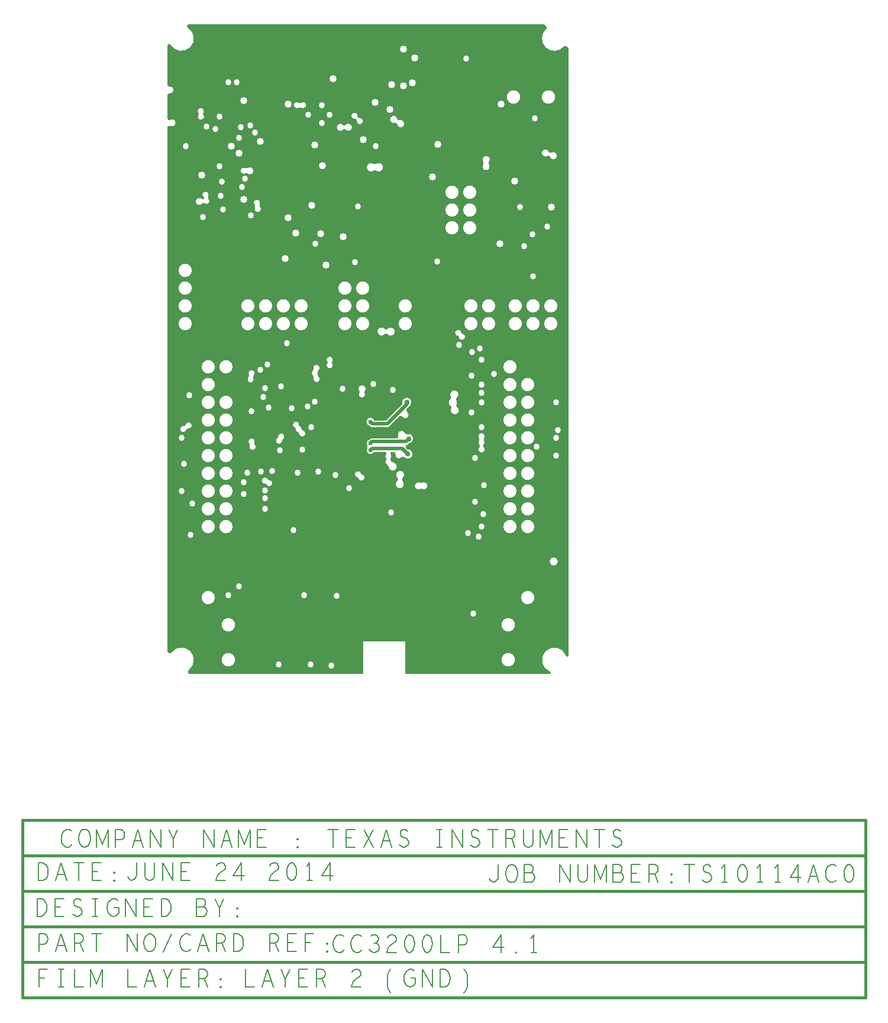
<source format=gbr>
G04 ================== begin FILE IDENTIFICATION RECORD ==================*
G04 Layout Name:  CC3200-LAUNCHXL_BRD_Rev4p1_20140624.brd*
G04 Film Name:    L2P.gbr*
G04 File Format:  Gerber RS274X*
G04 File Origin:  Cadence Allegro 16.6-P004*
G04 Origin Date:  Tue Jun 24 08:36:08 2014*
G04 *
G04 Layer:  VIA CLASS/GND*
G04 Layer:  PIN/GND*
G04 Layer:  ETCH/GND*
G04 Layer:  DRAWING FORMAT/L2*
G04 Layer:  DRAWING FORMAT/FILM_LABEL_OUTLINE*
G04 *
G04 Offset:    (0.0000 0.0000)*
G04 Mirror:    No*
G04 Mode:      Positive*
G04 Rotation:  0*
G04 FullContactRelief:  No*
G04 UndefLineWidth:     6.0000*
G04 ================== end FILE IDENTIFICATION RECORD ====================*
%FSLAX25Y25*MOIN*%
%IR0*IPPOS*OFA0.00000B0.00000*MIA0B0*SFA1.00000B1.00000*%
%ADD15C,.03*%
%ADD11C,.024*%
%ADD12C,.018*%
%ADD10C,.058*%
%ADD14O,.03937X.061024*%
%ADD13O,.049213X.037402*%
%ADD16C,.015*%
%ADD17C,.0199*%
%ADD18C,.006*%
%ADD19C,.04*%
%ADD20C,.034*%
%ADD21C,.046*%
%ADD23C,.074*%
%ADD22C,.075056*%
G75*
%LPD*%
G75*
G36*
G01X14500Y2000D02*
X13824Y2676D01*
G02X13955Y4200I707J707D01*
G03X4200Y13955I-4034J5721D01*
G02X2676Y13824I-817J576D01*
G01X2000Y14500D01*
Y309969D01*
G02X3537Y310812I1000J0D01*
G03Y314188I1073J1688D01*
G02X2000Y315031I-537J844D01*
G01Y328042D01*
G02X3167Y329028I1000J0D01*
G03Y332972I333J1972D01*
G02X2000Y333958I-167J986D01*
G01Y356067D01*
G02X3865Y356568I1000J0D01*
G03X13432Y366135I6056J3511D01*
G02X13933Y368000I502J865D01*
G01X214500D01*
X215612Y366888D01*
G02X215552Y365418I-707J-707D01*
G03X225418Y355552I4527J-5339D01*
G02X226888Y355612I763J-647D01*
G01X228000Y354500D01*
Y32000D01*
X228000Y12500D01*
X227287Y11787D01*
X226696Y12208D01*
X226643Y12353D01*
G03X217647Y3357I-6564J-2431D01*
G01X217792Y3304D01*
X218213Y2713D01*
X217500Y2000D01*
X135980D01*
Y20535D01*
X112358D01*
Y2000D01*
X14500D01*
G37*
%LPC*%
G75*
G36*
G01X134464Y110774D02*
G02X131634Y110850I-1464J-1774D01*
G03X131676Y112426I-594J804D01*
G02X134506Y112350I1464J1774D01*
G03X134464Y110774I594J-804D01*
G37*
G36*
G01X180142Y129759D02*
G02X177858I-1142J-1259D01*
G03Y131241I-672J741D01*
G02X177705Y133602I1142J1259D01*
G03Y134898I-762J648D01*
G02X180295I1295J1102D01*
G03Y133602I762J-648D01*
G02X180142Y131241I-1295J-1102D01*
G03Y129759I672J-741D01*
G37*
G36*
G01X12646Y139577D02*
G02X11242Y141683I-1646J423D01*
G03X12354Y142423I143J990D01*
G02X13758Y140317I1646J-423D01*
G03X12646Y139577I-143J-990D01*
G37*
G36*
G01X50351Y168885D02*
G02X47827Y169318I-1451J-885D01*
G03X48049Y170615I-631J775D01*
G02X50573Y170182I1451J885D01*
G03X50351Y168885I631J-775D01*
G37*
G36*
G01X87005Y169626D02*
G02X84577Y168789I-850J-1472D01*
G03X84150Y170028I-928J373D01*
G02X84008Y172880I850J1472D01*
G03X84378Y173991I-584J812D01*
G02X86992Y173120I1622J509D01*
G03X86622Y172009I584J-812D01*
G02X86577Y170865I-1622J-509D01*
G03X87005Y169626I928J-373D01*
G37*
G36*
G01X126106Y196345D02*
G02X126036Y193491I1768J-1471D01*
G03X124468Y193529I-799J-601D01*
G02X124538Y196383I-1768J1471D01*
G03X126106Y196345I799J601D01*
G37*
G36*
G01X54115Y265284D02*
G02X51571Y264920I-1115J-1284D01*
G03X51385Y266216I-841J541D01*
G02X53929Y266580I1115J1284D01*
G03X54115Y265284I841J-541D01*
G37*
G36*
G01X21565Y266987D02*
G02X21385Y269674I-1565J1245D01*
G03X22789Y269694I692J721D01*
G02X22805Y269709I1211J-1194D01*
G03X22691Y270505I-351J356D01*
G02X24929Y271080I809J1495D01*
G03X25115Y269784I841J-541D01*
G02X22960Y267155I-1115J-1284D01*
G03X21565Y266987I-612J-791D01*
G37*
G36*
G01X218400Y295670D02*
G02X217612Y293341I1100J-1670D01*
G03X216117Y293847I-944J-329D01*
G02X216906Y296176I-1100J1670D01*
G03X218400Y295670I944J329D01*
G37*
G36*
G01X101000Y308677D02*
G02Y311323I-1500J1323D01*
G03X102500I750J661D01*
G02Y308677I1500J-1323D01*
G03X101000I-750J-661D01*
G37*
G36*
G01X132818Y313880D02*
G02X131515Y311754I682J-1880D01*
G03X130182Y312570I-992J-123D01*
G02X131485Y314697I-682J1880D01*
G03X132818Y313880I992J123D01*
G37*
G36*
G01X110299Y315188D02*
G02X108812Y313701I201J-1688D01*
G03X107701Y314812I-993J118D01*
G02X109188Y316299I-201J1688D01*
G03X110299Y315188I993J-118D01*
G37*
G36*
G01X76102Y321205D02*
G02Y323795I-1102J1295D01*
G03X77398I648J762D01*
G02Y321205I1102J-1295D01*
G03X76102I-648J-762D01*
G37*
G36*
G01X145300Y106400D02*
G03X144700I-300J-400D01*
G02Y109600I-1200J1600D01*
G03X145300I300J400D01*
G02Y106400I1200J-1600D01*
G37*
G36*
G01X57879Y108988D02*
G03X57311Y109329I-477J-151D01*
G02X58621Y111512I-311J1671D01*
G03X59189Y111171I477J151D01*
G02X57879Y108988I311J-1671D01*
G37*
G36*
G01X109718Y112407D02*
G03X109289Y112813I-492J-90D01*
G02X111172Y114807I211J1687D01*
G03X111602Y114402I492J90D01*
G02X109718Y112407I-211J-1687D01*
G37*
G36*
G01X48595Y130957D02*
G03X48481Y131639I-413J282D01*
G02X50905Y132043I1019J1361D01*
G03X51019Y131361I413J-282D01*
G02X48595Y130957I-1019J-1361D01*
G37*
G36*
G01X66922Y134235D02*
G03X66651Y133710I223J-447D01*
G02X64213Y134966I-1679J-265D01*
G03X64483Y135492I-223J447D01*
G02X66922Y134235I1679J265D01*
G37*
G36*
G01X76302Y137417D02*
G03X75526Y138343I-999J-49D01*
G02X74238Y140334I379J1657D01*
G03X73919Y140903I-490J98D01*
G02X76167Y142166I581J1597D01*
G03X76486Y141597I490J-98D01*
G02X77603Y140083I-581J-1597D01*
G03X78379Y139157I999J49D01*
G02X76302Y137417I-379J-1657D01*
G37*
G36*
G01X161992Y151727D02*
G03X161661Y153062I-870J493D01*
G02X161545Y156859I1239J1938D01*
G03X161788Y158222I-589J808D01*
G02X165055Y157641I1912J1278D01*
G03X164812Y156278I589J-808D01*
G02X164901Y153866I-1912J-1278D01*
G03X165232Y152530I870J-493D01*
G02X161992Y151727I-1239J-1938D01*
G37*
G36*
G01X110323Y160600D02*
G03X110293Y161278I-382J323D01*
G02X113035Y161210I1407J1422D01*
G03X112971Y160534I334J-372D01*
G02X110323Y160600I-1350J-1033D01*
G37*
G36*
G01X94725Y177822D02*
G03Y177128I360J-347D01*
G02X92275I-1225J-1178D01*
G03Y177822I-360J347D01*
G02X94725I1225J1178D01*
G37*
G36*
G01X166300Y192011D02*
G03X165821Y192514I-500J3D01*
G02X167594Y194201I72J1698D01*
G03X168072Y193698I500J-3D01*
G02X166300Y192011I-72J-1698D01*
G37*
G36*
G01X45948Y286911D02*
G03X47170Y286994I558J830D01*
G02Y284006I1330J-1494D01*
G03X45948Y284089I-665J-747D01*
G02Y286911I-948J1411D01*
G37*
G36*
G01X119637Y285650D02*
G03X118363I-637J-771D01*
G02Y289350I-1528J1850D01*
G03X119637I637J771D01*
G02Y285650I1528J-1850D01*
G37*
G36*
G01X183186Y290461D02*
G03X183152Y289161I743J-669D01*
G02X180114Y289239I-1552J-1261D01*
G03X180148Y290539I-743J669D01*
G02X183186Y290461I1552J1261D01*
G37*
G36*
G01X19757Y317159D02*
G03X19730Y317868I-366J341D01*
G02X22125Y317959I1152J1250D01*
G03X22152Y317250I366J-341D01*
G02X19757Y317159I-1152J-1250D01*
G37*
G36*
G01X136539Y129500D02*
X137498Y128540D01*
G02X135505Y124170I2J-2640D01*
G03X134000Y124177I-756J-655D01*
G02X130556Y125970I-1500J1323D01*
G03X129584Y127205I-972J235D01*
G01X128689D01*
G03X127898Y125593I0J-1000D01*
G02X127756Y123352I-1345J-1040D01*
G03X127744Y122658I354J-353D01*
G02X128142Y121940I-1244J-1158D01*
G03X129075Y121199I966J259D01*
G02X126700Y118915I-75J-2299D01*
G03X125996Y119876I-1000J6D01*
G02X125297Y122701I504J1624D01*
G03X125309Y123395I-354J353D01*
G02X125208Y125593I1244J1158D01*
G03X124417Y127205I-791J612D01*
G01X118444D01*
G02X114750Y126868I-1944J895D01*
G02X114750Y129332I1650J1232D01*
G02X114819Y129425I1750J-1232D01*
G03X114746Y130645I-827J563D01*
G02X115864Y134015I1554J1355D01*
G01X116007Y134046D01*
X116756Y134795D01*
X131253D01*
G03X132168Y136197I0J1000D01*
G02X134152Y138994I1832J803D01*
G02X135856Y137746I-152J-1994D01*
G03X137086Y137166I928J373D01*
G02X138123Y131917I814J-2566D01*
G01X137940Y131901D01*
X137244Y131205D01*
G03X136539Y129500I4J-1000D01*
G37*
G36*
G01X125256Y144795D02*
X134539Y154078D01*
X134453Y154364D01*
G02X138973Y153605I2447J736D01*
G01X138878Y153474D01*
Y153340D01*
X136823Y151285D01*
G03X137021Y149720I709J-706D01*
G02X134280Y146979I-1021J-1720D01*
G03X132715Y147177I-860J-511D01*
G01X126744Y141205D01*
X116756D01*
X116061Y141901D01*
X115918Y141933D01*
G02X118509Y144795I482J2168D01*
G01X125256D01*
G37*
G54D19*
X218500Y265000D03*
X197827Y279673D03*
X190000Y323000D03*
X189500Y244500D03*
X141500Y349000D03*
X140000Y335000D03*
X151500Y282000D03*
X154425Y300400D03*
X135000Y354000D03*
X128500Y334000D03*
X135000Y333500D03*
X119000Y324000D03*
X127500Y320000D03*
X112500Y303000D03*
X101000Y248500D03*
X95500Y337500D03*
X89500Y288500D03*
X85000Y300000D03*
X83500Y266000D03*
X88500Y250000D03*
X91500Y232500D03*
X70000Y323000D03*
X74500Y250500D03*
X70000Y259000D03*
X68500Y236000D03*
X45000Y325000D03*
X54500Y302000D03*
X42500Y295500D03*
X45000Y269500D03*
X38000Y299500D03*
X21500Y283000D03*
G54D20*
X221108Y155000D03*
X221000Y135000D03*
Y125000D03*
X222000Y139500D03*
X209000Y315000D03*
X200890Y265110D03*
X216000Y254000D03*
X203000Y242900D03*
X207800Y249600D03*
X208000Y226000D03*
X210000Y130000D03*
X178000Y185500D03*
X179000Y165000D03*
X186000Y171000D03*
X179000Y179000D03*
Y155000D03*
Y160500D03*
Y141000D03*
X180500Y108500D03*
X179000Y85000D03*
X180000Y92000D03*
X177500Y79500D03*
X170250Y348750D03*
X166500Y187500D03*
X173750Y183250D03*
X173500Y170000D03*
Y149500D03*
X175500Y123600D03*
Y99000D03*
X171500Y81500D03*
X174500Y36000D03*
X154000Y234500D03*
X119500Y299500D03*
X118000Y165500D03*
X129000Y162000D03*
X128125Y93125D03*
X109500Y265500D03*
X107610Y234110D03*
X100784Y162750D03*
X104339Y106833D03*
X89000Y322500D03*
X93500Y317000D03*
X89000Y312500D03*
X81500Y317000D03*
X85331Y244331D03*
X81164Y152664D03*
X85000Y155400D03*
X83000Y141000D03*
X96633Y114000D03*
X87000Y116000D03*
X79000Y46500D03*
X97500Y46000D03*
X82750Y7250D03*
X94250Y6750D03*
X69500Y188500D03*
X66000Y164000D03*
X71962Y151610D03*
X59071Y152000D03*
X65500Y128000D03*
X78000Y128500D03*
X75500Y115500D03*
X61000Y116500D03*
X73000Y83000D03*
X64750Y7250D03*
X41000Y335300D03*
X42500Y304000D03*
X43500Y310000D03*
X48890Y311110D03*
X51500Y307000D03*
X45578Y281078D03*
X44000Y276500D03*
X49000Y260500D03*
X57000Y163000D03*
X58500Y176500D03*
X54400Y173500D03*
X56112Y158000D03*
X49500Y150080D03*
X45000Y110000D03*
X54586Y116086D03*
X47000Y115500D03*
X57000Y105500D03*
X45000Y103500D03*
X57000Y101000D03*
Y95000D03*
X42500Y51500D03*
X36500Y335300D03*
X24000Y310500D03*
X29000Y309000D03*
X31500Y316000D03*
Y288000D03*
X32000Y271500D03*
X32664Y279336D03*
X33500Y263618D03*
X22000Y259500D03*
X36500Y46500D03*
X12500Y299500D03*
X14500Y159000D03*
X10000Y135000D03*
Y105000D03*
X11500Y120500D03*
X16000Y98000D03*
X15000Y80500D03*
G54D21*
X219750Y65250D03*
G54D23*
X208000Y209500D03*
X218000D03*
X208000Y199500D03*
X218000D03*
X205000Y165000D03*
Y155000D03*
Y145000D03*
Y135000D03*
Y125000D03*
Y115000D03*
Y105000D03*
Y95000D03*
Y85000D03*
Y45000D03*
X183000Y209500D03*
X198000D03*
X183000Y199500D03*
X198000D03*
X195000Y175000D03*
Y165000D03*
Y155000D03*
Y145000D03*
Y135000D03*
Y125000D03*
Y115000D03*
Y105000D03*
Y95000D03*
Y85000D03*
X162500Y273500D03*
X172500D03*
X162500Y253500D03*
X172500D03*
X162500Y263500D03*
X172500D03*
X173000Y209500D03*
Y199500D03*
X136000Y209500D03*
Y199500D03*
X112000Y219500D03*
Y209500D03*
X102000Y219500D03*
Y209500D03*
X112000Y199500D03*
X102000D03*
X77500Y209500D03*
X67500D03*
X77500Y199500D03*
X67500D03*
X47500Y209500D03*
X57500D03*
X47500Y199500D03*
X57500D03*
X25000Y175000D03*
X35000D03*
X25000Y165000D03*
X35000Y155000D03*
X25000D03*
X35000Y145000D03*
X25000D03*
X35000Y135000D03*
X25000D03*
X35000Y125000D03*
X25000D03*
X35000Y115000D03*
X25000D03*
X35000Y105000D03*
X25000D03*
X35000Y95000D03*
X25000D03*
X35000Y85000D03*
X25000D03*
Y45000D03*
X12000Y229500D03*
Y219500D03*
Y209500D03*
Y199500D03*
G54D22*
X216843Y327000D03*
X197157D03*
X194000Y29843D03*
Y10157D03*
X36500Y29843D03*
Y10157D03*
%LPD*%
G75*
G54D10*
X12000Y239500D03*
X25000Y55000D03*
Y65000D03*
X35000Y165000D03*
X205000Y55000D03*
Y65000D03*
Y175000D03*
G54D11*
X5000Y256500D03*
Y267000D03*
Y277000D03*
X15378Y303500D03*
X4500Y320000D03*
X21500Y250500D03*
X22000Y275500D03*
X33500Y299500D03*
X25744Y338744D03*
X23000Y342500D03*
X45000Y259000D03*
X52000Y251500D03*
X50000Y302000D03*
X52000Y321500D03*
X77500Y230000D03*
X72000Y242500D03*
Y280760D03*
X74000Y300500D03*
X69500Y291000D03*
X84000Y94500D03*
X96500Y140000D03*
X92500D03*
X96500Y136000D03*
X92500D03*
X96500Y132000D03*
X92500D03*
X96500Y128000D03*
X92500D03*
Y124000D03*
X96500D03*
Y148000D03*
X92500D03*
X96500Y144000D03*
X92500D03*
X80000Y241000D03*
X96500Y232000D03*
X80000Y259000D03*
X97500Y257000D03*
X84000Y250000D03*
X92000Y257000D03*
X86000Y280000D03*
X88500Y294000D03*
X89000Y299000D03*
X83500Y323500D03*
X88500Y341000D03*
X116500Y136000D03*
X112500Y140000D03*
X108500D03*
X116500D03*
X112500Y136000D03*
X108500D03*
X112500Y132000D03*
X108500D03*
X116500D03*
X112500Y128000D03*
X108500D03*
X116500D03*
X108500Y124000D03*
X112500D03*
X116500D03*
X104500Y140000D03*
X100500D03*
X104500Y136000D03*
X100500D03*
X104500Y132000D03*
X100500D03*
X104500Y128000D03*
X100500D03*
Y124000D03*
X104500D03*
X112500Y148000D03*
X108500D03*
X116500D03*
X112500Y144000D03*
X108500D03*
X116500D03*
X104500Y148000D03*
X100500D03*
X104500Y144000D03*
X100500D03*
X111000Y294000D03*
X113000Y298500D03*
X111000Y282000D03*
X110500Y347500D03*
X127543Y325043D03*
X150900Y217100D03*
X156600Y217800D03*
X153200Y221200D03*
X147000Y220000D03*
X148500Y226100D03*
X151500Y309500D03*
X141000Y323000D03*
X157000Y340000D03*
X151500Y347000D03*
X160400Y293000D03*
X171200Y312300D03*
X166100Y312100D03*
X160700Y312000D03*
X175500Y317500D03*
X171700Y332800D03*
X165900Y332900D03*
X160700Y333000D03*
X176000Y326500D03*
X190580Y283000D03*
X211000Y241029D03*
X212000Y291000D03*
X206000Y302500D03*
X221788Y261000D03*
X220538Y281538D03*
G54D12*
X35000Y58000D03*
Y53000D03*
Y78000D03*
Y68000D03*
X51500Y46000D03*
X55000Y58000D03*
X50000D03*
X45000D03*
X40000D03*
X55000Y53000D03*
X50000D03*
X45000D03*
X40000D03*
X55000Y48000D03*
X46500Y46200D03*
X40000Y78000D03*
X45000D03*
X50000D03*
X55000D03*
Y68000D03*
X50000D03*
X45000D03*
X40000D03*
X55500Y129500D03*
X55600Y135000D03*
X39000Y345200D03*
X60000Y58000D03*
Y53000D03*
X65000D03*
Y58000D03*
X70000Y53000D03*
Y58000D03*
X75000Y53000D03*
Y58000D03*
Y48000D03*
X70000D03*
X65000D03*
X60000D03*
Y78000D03*
Y68000D03*
X65000D03*
X70000D03*
X75000D03*
X68500Y121500D03*
X73500Y138000D03*
X71500Y131000D03*
X70000Y125000D03*
X78000Y145500D03*
X66500Y150000D03*
X80000Y53000D03*
Y58000D03*
X85000Y53000D03*
Y58000D03*
X90000Y53000D03*
Y58000D03*
X95000Y53000D03*
Y58000D03*
X90000Y48000D03*
X85000D03*
X80000Y68000D03*
X85000D03*
X90000D03*
X95000D03*
X96000Y109000D03*
X110700Y3200D03*
X113000Y24700D03*
X110700Y21100D03*
X110800Y16700D03*
X110900Y12100D03*
X110700Y7300D03*
X113000Y29000D03*
Y33500D03*
Y39000D03*
X113500Y44000D03*
X109500Y46500D03*
X108500Y50000D03*
Y54000D03*
Y57500D03*
X109000Y61000D03*
X113000Y62500D03*
X100000Y53000D03*
Y58000D03*
Y63000D03*
X105000Y53000D03*
Y58000D03*
Y63000D03*
X113000Y80500D03*
Y66000D03*
Y70000D03*
Y75000D03*
X100000Y68000D03*
X105000D03*
X110000Y73000D03*
Y68000D03*
X112600Y94400D03*
X112800Y98900D03*
X100500Y102000D03*
X107500Y103100D03*
X113000Y85500D03*
Y90000D03*
X113600Y109100D03*
X113300Y104300D03*
X99500Y170329D03*
X101000Y166000D03*
X109004Y169271D03*
X128500Y22000D03*
X133500D03*
X122900Y22200D03*
X121500Y43500D03*
Y38500D03*
Y34000D03*
X122000Y29500D03*
X133500Y42000D03*
Y37000D03*
Y32000D03*
X128500D03*
Y37000D03*
Y42000D03*
Y27000D03*
X133500D03*
X121500Y61500D03*
X125500Y58500D03*
Y55000D03*
Y52000D03*
Y48000D03*
X133500Y52000D03*
Y47000D03*
X129000Y64000D03*
X134000D03*
X133500Y57000D03*
X129000Y82500D03*
X133500Y82000D03*
X136000Y74000D03*
X133000Y75000D03*
X130000Y74500D03*
X126500D03*
X123000D03*
X121500Y71500D03*
Y68000D03*
Y64500D03*
X125500Y82500D03*
X129000Y69000D03*
X134000D03*
X121400Y103600D03*
X122200Y94700D03*
X121800Y99200D03*
X135000Y98500D03*
X121500Y85000D03*
Y90000D03*
X121400Y109400D03*
X135000Y104000D03*
X118000Y170000D03*
X126500Y169071D03*
X125300Y174900D03*
X123500Y168652D03*
X126005Y298000D03*
X138500Y22000D03*
X143500D03*
X148500D03*
X153500D03*
X138500Y17000D03*
X143500D03*
X148500D03*
X153500D03*
Y12000D03*
X148500D03*
X143500D03*
X138500D03*
X143500Y7000D03*
X148500D03*
X153500D03*
Y42000D03*
Y37000D03*
Y32000D03*
X148500Y42000D03*
Y37000D03*
Y32000D03*
X143500D03*
Y37000D03*
Y42000D03*
X138500D03*
Y37000D03*
Y32000D03*
Y27000D03*
X143500D03*
X148500D03*
X153500D03*
X157000Y63000D03*
X154000Y60500D03*
X151000Y57000D03*
X146500Y56000D03*
X143500Y58500D03*
X141000Y61500D03*
X153500Y52000D03*
Y47000D03*
X148500Y52000D03*
Y47000D03*
X143500D03*
Y52000D03*
X138500D03*
Y47000D03*
X143500Y80500D03*
X138500Y81000D03*
X146000Y77000D03*
X148000Y74500D03*
X151500Y74000D03*
X155500D03*
X143000Y65500D03*
X141500Y69000D03*
X139000Y71500D03*
X155000Y148000D03*
Y150500D03*
X163500Y22000D03*
X168500D03*
X158500D03*
X163500Y17000D03*
X168500D03*
X158500D03*
Y12000D03*
X168500D03*
X163500D03*
Y7000D03*
X168500D03*
X158500D03*
X174500Y16500D03*
X158500Y42000D03*
Y37000D03*
Y32000D03*
X168500Y42000D03*
Y37000D03*
Y32000D03*
X163500Y42000D03*
Y37000D03*
Y32000D03*
Y27000D03*
X168500D03*
X158500D03*
X173500Y42000D03*
X158500Y52000D03*
Y47000D03*
X168500Y52000D03*
Y47000D03*
X163500Y52000D03*
Y47000D03*
X173500D03*
Y52000D03*
Y57000D03*
X168500D03*
X173500Y62000D03*
X168500D03*
X163500Y57000D03*
X158500D03*
X163500Y62000D03*
X158000Y71500D03*
X161000Y69000D03*
X160000Y65500D03*
X173500Y67000D03*
X168500D03*
Y72000D03*
X163500D03*
Y77000D03*
X168500D03*
X158500D03*
X173000Y175500D03*
X178500Y42000D03*
X183500D03*
X188500D03*
X193500D03*
X194000Y35000D03*
X188500D03*
X183500D03*
X178500Y52000D03*
Y47000D03*
X183500D03*
Y52000D03*
X188500Y47000D03*
Y52000D03*
X193500Y47000D03*
Y52000D03*
Y57000D03*
X188500D03*
X183500D03*
X178500D03*
X193500Y62000D03*
X188500D03*
X183500D03*
X178500D03*
X193500Y67000D03*
X188500D03*
X183500D03*
X178500D03*
X183800Y226000D03*
X194500Y252500D03*
X178550Y355950D03*
X213500Y226000D03*
X209500Y261500D03*
X224500Y37500D03*
X222500Y226000D03*
X223500Y346500D03*
G54D13*
X28939Y353661D03*
X48624D03*
G54D14*
X25002Y364291D03*
X52561D03*
G54D15*
X135103Y118165D03*
X127600Y108000D03*
X137500Y126000D03*
X138000Y134500D03*
X137083Y155083D03*
X154500Y109000D03*
X155500Y115500D03*
X159400Y142000D03*
X163500Y145500D03*
X159500Y170500D03*
X163169Y165500D03*
G54D16*
G01X-77102Y-80133D02*
X395398D01*
Y-180133D01*
X-79602D01*
Y-80133D01*
X-77102D01*
G01X-79602Y-160133D02*
X395398D01*
G01X-79602Y-140133D02*
X395398D01*
G01X-79602Y-120133D02*
X395398D01*
G01X-79602Y-100133D02*
X395398D01*
G54D17*
G01X116500Y128000D02*
X117500Y129000D01*
X134500D01*
X137500Y126000D01*
G01X116500Y132000D02*
X117500Y133000D01*
X136500D01*
X138000Y134500D01*
G01X137083Y155083D02*
Y154083D01*
X126000Y143000D01*
X117500D01*
X116500Y144000D01*
G54D18*
G01X-70227Y-174333D02*
Y-164333D01*
X-65477D01*
G01X-67227Y-169166D02*
X-70227D01*
G01X-59352Y-164333D02*
X-56352D01*
G01X-57852D02*
Y-174333D01*
G01X-59352D02*
X-56352D01*
G01X-50352Y-164333D02*
Y-174333D01*
X-45352D01*
G01X-41102D02*
Y-164333D01*
X-37852Y-172666D01*
X-34602Y-164333D01*
Y-174333D01*
G01X-20352Y-164333D02*
Y-174333D01*
X-15352D01*
G01X-10977D02*
X-7852Y-164333D01*
X-4727Y-174333D01*
G01X-5852Y-170833D02*
X-9852D01*
G01X2148Y-174333D02*
Y-169833D01*
X-352Y-164333D01*
G01X4648D02*
X2148Y-169833D01*
G01X14648Y-174333D02*
X9648D01*
Y-164333D01*
X14648D01*
G01X12648Y-169166D02*
X9648D01*
G01X19648Y-174333D02*
Y-164333D01*
X22773D01*
X23773Y-164833D01*
X24398Y-165500D01*
X24648Y-166833D01*
X24398Y-168166D01*
X23648Y-169000D01*
X22773Y-169500D01*
X19648D01*
G01X22773D02*
X24648Y-174333D01*
G01X32148Y-174666D02*
X31898Y-174500D01*
Y-174166D01*
X32148Y-174000D01*
X32398Y-174166D01*
Y-174500D01*
X32148Y-174666D01*
G01Y-170167D02*
X31898Y-170000D01*
Y-169666D01*
X32148Y-169500D01*
X32398Y-169666D01*
Y-170000D01*
X32148Y-170167D01*
G01X-70352Y-154333D02*
Y-144333D01*
X-67352D01*
X-66352Y-144833D01*
X-65602Y-146000D01*
X-65352Y-147333D01*
X-65602Y-148666D01*
X-66227Y-149666D01*
X-67352Y-150167D01*
X-70352D01*
G01X-60977Y-154333D02*
X-57852Y-144333D01*
X-54727Y-154333D01*
G01X-55852Y-150833D02*
X-59852D01*
G01X-50352Y-154333D02*
Y-144333D01*
X-47227D01*
X-46227Y-144833D01*
X-45602Y-145500D01*
X-45352Y-146833D01*
X-45602Y-148166D01*
X-46352Y-149000D01*
X-47227Y-149500D01*
X-50352D01*
G01X-47227D02*
X-45352Y-154333D01*
G01X-37852Y-144333D02*
Y-154333D01*
G01X-40727Y-144333D02*
X-34977D01*
G01X-20727Y-154333D02*
Y-144333D01*
X-14977Y-154333D01*
Y-144333D01*
G01X-7852Y-154333D02*
X-8852Y-154166D01*
X-9727Y-153500D01*
X-10477Y-152500D01*
X-10977Y-151333D01*
X-11227Y-150000D01*
Y-148666D01*
X-10977Y-147333D01*
X-10477Y-146166D01*
X-9727Y-145166D01*
X-8852Y-144500D01*
X-7852Y-144333D01*
X-6852Y-144500D01*
X-5977Y-145166D01*
X-5227Y-146166D01*
X-4727Y-147333D01*
X-4477Y-148666D01*
Y-150000D01*
X-4727Y-151333D01*
X-5227Y-152500D01*
X-5977Y-153500D01*
X-6852Y-154166D01*
X-7852Y-154333D01*
G01X-102Y-154666D02*
X4398Y-144333D01*
G01X14898Y-145166D02*
X14148Y-144666D01*
X13273Y-144333D01*
X12273D01*
X11148Y-144833D01*
X10273Y-145666D01*
X9648Y-146666D01*
X9148Y-148333D01*
X9023Y-149833D01*
X9273Y-151333D01*
X9648Y-152333D01*
X10398Y-153333D01*
X11273Y-154000D01*
X12148Y-154333D01*
X13023D01*
X13898Y-154000D01*
X14648Y-153500D01*
X15273Y-152833D01*
G01X19023Y-154333D02*
X22148Y-144333D01*
X25273Y-154333D01*
G01X24148Y-150833D02*
X20148D01*
G01X29648Y-154333D02*
Y-144333D01*
X32773D01*
X33773Y-144833D01*
X34398Y-145500D01*
X34648Y-146833D01*
X34398Y-148166D01*
X33648Y-149000D01*
X32773Y-149500D01*
X29648D01*
G01X32773D02*
X34648Y-154333D01*
G01X39398D02*
Y-144333D01*
X41898D01*
X42898Y-144833D01*
X43648Y-145500D01*
X44273Y-146500D01*
X44773Y-147667D01*
X44898Y-149333D01*
X44773Y-151000D01*
X44273Y-152166D01*
X43648Y-153167D01*
X42898Y-153833D01*
X41898Y-154333D01*
X39398D01*
G01X59648D02*
Y-144333D01*
X62773D01*
X63773Y-144833D01*
X64398Y-145500D01*
X64648Y-146833D01*
X64398Y-148166D01*
X63648Y-149000D01*
X62773Y-149500D01*
X59648D01*
G01X62773D02*
X64648Y-154333D01*
G01X74648D02*
X69648D01*
Y-144333D01*
X74648D01*
G01X72648Y-149166D02*
X69648D01*
G01X79773Y-154333D02*
Y-144333D01*
X84523D01*
G01X82773Y-149166D02*
X79773D01*
G01X92148Y-154666D02*
X91898Y-154500D01*
Y-154166D01*
X92148Y-154000D01*
X92398Y-154166D01*
Y-154500D01*
X92148Y-154666D01*
G01Y-150167D02*
X91898Y-150000D01*
Y-149666D01*
X92148Y-149500D01*
X92398Y-149666D01*
Y-150000D01*
X92148Y-150167D01*
G01X-71352Y-134463D02*
Y-124463D01*
X-68852D01*
X-67852Y-124963D01*
X-67102Y-125630D01*
X-66477Y-126630D01*
X-65977Y-127797D01*
X-65852Y-129463D01*
X-65977Y-131130D01*
X-66477Y-132296D01*
X-67102Y-133297D01*
X-67852Y-133963D01*
X-68852Y-134463D01*
X-71352D01*
G01X-56102D02*
X-61102D01*
Y-124463D01*
X-56102D01*
G01X-58102Y-129296D02*
X-61102D01*
G01X-51227Y-133130D02*
X-50227Y-133963D01*
X-49102Y-134463D01*
X-48102D01*
X-47102Y-133963D01*
X-46352Y-133130D01*
X-45977Y-131963D01*
X-46227Y-130797D01*
X-46852Y-129796D01*
X-47977Y-129130D01*
X-49477Y-128796D01*
X-50352Y-128130D01*
X-50727Y-126963D01*
X-50477Y-125796D01*
X-49852Y-124963D01*
X-48977Y-124463D01*
X-48102D01*
X-47227Y-124796D01*
X-46477Y-125630D01*
G01X-40102Y-124463D02*
X-37102D01*
G01X-38602D02*
Y-134463D01*
G01X-40102D02*
X-37102D01*
G01X-27852Y-129463D02*
X-25352D01*
Y-132463D01*
X-26102Y-133463D01*
X-26977Y-134130D01*
X-28227Y-134463D01*
X-29477Y-134130D01*
X-30352Y-133463D01*
X-31102Y-132463D01*
X-31602Y-131296D01*
X-31852Y-129963D01*
Y-128796D01*
X-31602Y-127797D01*
X-31102Y-126630D01*
X-30352Y-125630D01*
X-29602Y-124963D01*
X-28602Y-124463D01*
X-27727D01*
X-26727Y-124796D01*
X-25977Y-125463D01*
G01X-21477Y-134463D02*
Y-124463D01*
X-15727Y-134463D01*
Y-124463D01*
G01X-6102Y-134463D02*
X-11102D01*
Y-124463D01*
X-6102D01*
G01X-8102Y-129296D02*
X-11102D01*
G01X-1352Y-134463D02*
Y-124463D01*
X1148D01*
X2148Y-124963D01*
X2898Y-125630D01*
X3523Y-126630D01*
X4023Y-127797D01*
X4148Y-129463D01*
X4023Y-131130D01*
X3523Y-132296D01*
X2898Y-133297D01*
X2148Y-133963D01*
X1148Y-134463D01*
X-1352D01*
G01X22398Y-129130D02*
X22898Y-128630D01*
X23273Y-127797D01*
X23523Y-126630D01*
X23273Y-125630D01*
X22773Y-124963D01*
X21898Y-124463D01*
X18523D01*
Y-134463D01*
X22648D01*
X23523Y-133796D01*
X24023Y-132796D01*
X24273Y-131630D01*
X24023Y-130463D01*
X23273Y-129463D01*
X22398Y-129130D01*
X18523D01*
G01X31398Y-134463D02*
Y-129963D01*
X28898Y-124463D01*
G01X33898D02*
X31398Y-129963D01*
G01X41398Y-134796D02*
X41148Y-134630D01*
Y-134296D01*
X41398Y-134130D01*
X41648Y-134296D01*
Y-134630D01*
X41398Y-134796D01*
G01Y-130297D02*
X41148Y-130130D01*
Y-129796D01*
X41398Y-129630D01*
X41648Y-129796D01*
Y-130130D01*
X41398Y-130297D01*
G01X-70602Y-114333D02*
Y-104333D01*
X-68102D01*
X-67102Y-104833D01*
X-66352Y-105500D01*
X-65727Y-106500D01*
X-65227Y-107667D01*
X-65102Y-109333D01*
X-65227Y-111000D01*
X-65727Y-112166D01*
X-66352Y-113167D01*
X-67102Y-113833D01*
X-68102Y-114333D01*
X-70602D01*
G01X-60977D02*
X-57852Y-104333D01*
X-54727Y-114333D01*
G01X-55852Y-110833D02*
X-59852D01*
G01X-47852Y-104333D02*
Y-114333D01*
G01X-50727Y-104333D02*
X-44977D01*
G01X-35352Y-114333D02*
X-40352D01*
Y-104333D01*
X-35352D01*
G01X-37352Y-109166D02*
X-40352D01*
G01X-27852Y-114666D02*
X-28102Y-114500D01*
Y-114166D01*
X-27852Y-114000D01*
X-27602Y-114166D01*
Y-114500D01*
X-27852Y-114666D01*
G01Y-110167D02*
X-28102Y-110000D01*
Y-109666D01*
X-27852Y-109500D01*
X-27602Y-109666D01*
Y-110000D01*
X-27852Y-110167D01*
G01X-20352Y-112333D02*
X-19727Y-113333D01*
X-18977Y-114000D01*
X-18102Y-114333D01*
X-17102Y-114000D01*
X-16352Y-113333D01*
X-15602Y-112333D01*
X-15352Y-111000D01*
Y-104333D01*
G01X-10602D02*
Y-111500D01*
X-10102Y-113000D01*
X-9102Y-114000D01*
X-7852Y-114333D01*
X-6602Y-114000D01*
X-5602Y-113000D01*
X-5102Y-111500D01*
Y-104333D01*
G01X-727Y-114333D02*
Y-104333D01*
X5023Y-114333D01*
Y-104333D01*
G01X14648Y-114333D02*
X9648D01*
Y-104333D01*
X14648D01*
G01X12648Y-109166D02*
X9648D01*
G01X29773Y-106000D02*
X30523Y-105000D01*
X31398Y-104500D01*
X32398Y-104333D01*
X33648Y-104666D01*
X34523Y-105500D01*
X34773Y-106500D01*
X34648Y-107500D01*
X34148Y-108333D01*
X31648Y-110000D01*
X30523Y-111166D01*
X29773Y-112833D01*
X29523Y-114333D01*
X34773D01*
G01X43648D02*
Y-104333D01*
X39023Y-111500D01*
X45273D01*
G01X59773Y-106000D02*
X60523Y-105000D01*
X61398Y-104500D01*
X62398Y-104333D01*
X63648Y-104666D01*
X64523Y-105500D01*
X64773Y-106500D01*
X64648Y-107500D01*
X64148Y-108333D01*
X61648Y-110000D01*
X60523Y-111166D01*
X59773Y-112833D01*
X59523Y-114333D01*
X64773D01*
G01X72148Y-104333D02*
X71148Y-104666D01*
X70398Y-105500D01*
X69898Y-106500D01*
X69523Y-107833D01*
X69398Y-109333D01*
X69523Y-110833D01*
X69898Y-112166D01*
X70398Y-113167D01*
X71148Y-114000D01*
X72148Y-114333D01*
X73148Y-114000D01*
X73898Y-113167D01*
X74398Y-112166D01*
X74773Y-110833D01*
X74898Y-109333D01*
X74773Y-107833D01*
X74398Y-106500D01*
X73898Y-105500D01*
X73148Y-104666D01*
X72148Y-104333D01*
G01X82148Y-114333D02*
Y-104333D01*
X80648Y-106333D01*
G01Y-114333D02*
X83648D01*
G01X93648D02*
Y-104333D01*
X89023Y-111500D01*
X95273D01*
G01X-51852Y-86296D02*
X-52602Y-85796D01*
X-53477Y-85463D01*
X-54477D01*
X-55602Y-85963D01*
X-56477Y-86796D01*
X-57102Y-87796D01*
X-57602Y-89463D01*
X-57727Y-90963D01*
X-57477Y-92463D01*
X-57102Y-93463D01*
X-56352Y-94463D01*
X-55477Y-95130D01*
X-54602Y-95463D01*
X-53727D01*
X-52852Y-95130D01*
X-52102Y-94630D01*
X-51477Y-93963D01*
G01X-44602Y-95463D02*
X-45602Y-95296D01*
X-46477Y-94630D01*
X-47227Y-93630D01*
X-47727Y-92463D01*
X-47977Y-91130D01*
Y-89796D01*
X-47727Y-88463D01*
X-47227Y-87296D01*
X-46477Y-86296D01*
X-45602Y-85630D01*
X-44602Y-85463D01*
X-43602Y-85630D01*
X-42727Y-86296D01*
X-41977Y-87296D01*
X-41477Y-88463D01*
X-41227Y-89796D01*
Y-91130D01*
X-41477Y-92463D01*
X-41977Y-93630D01*
X-42727Y-94630D01*
X-43602Y-95296D01*
X-44602Y-95463D01*
G01X-37852D02*
Y-85463D01*
X-34602Y-93796D01*
X-31352Y-85463D01*
Y-95463D01*
G01X-27102D02*
Y-85463D01*
X-24102D01*
X-23102Y-85963D01*
X-22352Y-87130D01*
X-22102Y-88463D01*
X-22352Y-89796D01*
X-22977Y-90796D01*
X-24102Y-91297D01*
X-27102D01*
G01X-17727Y-95463D02*
X-14602Y-85463D01*
X-11477Y-95463D01*
G01X-12602Y-91963D02*
X-16602D01*
G01X-7477Y-95463D02*
Y-85463D01*
X-1727Y-95463D01*
Y-85463D01*
G01X5398Y-95463D02*
Y-90963D01*
X2898Y-85463D01*
G01X7898D02*
X5398Y-90963D01*
G01X22523Y-95463D02*
Y-85463D01*
X28273Y-95463D01*
Y-85463D01*
G01X32273Y-95463D02*
X35398Y-85463D01*
X38523Y-95463D01*
G01X37398Y-91963D02*
X33398D01*
G01X42148Y-95463D02*
Y-85463D01*
X45398Y-93796D01*
X48648Y-85463D01*
Y-95463D01*
G01X57898D02*
X52898D01*
Y-85463D01*
X57898D01*
G01X55898Y-90296D02*
X52898D01*
G01X75398Y-95796D02*
X75148Y-95630D01*
Y-95296D01*
X75398Y-95130D01*
X75648Y-95296D01*
Y-95630D01*
X75398Y-95796D01*
G01Y-91297D02*
X75148Y-91130D01*
Y-90796D01*
X75398Y-90630D01*
X75648Y-90796D01*
Y-91130D01*
X75398Y-91297D01*
G01X95398Y-85463D02*
Y-95463D01*
G01X92523Y-85463D02*
X98273D01*
G01X107898Y-95463D02*
X102898D01*
Y-85463D01*
X107898D01*
G01X105898Y-90296D02*
X102898D01*
G01X112773Y-95463D02*
X118023Y-85463D01*
G01X112773D02*
X118023Y-95463D01*
G01X122273D02*
X125398Y-85463D01*
X128523Y-95463D01*
G01X127398Y-91963D02*
X123398D01*
G01X132773Y-94130D02*
X133773Y-94963D01*
X134898Y-95463D01*
X135898D01*
X136898Y-94963D01*
X137648Y-94130D01*
X138023Y-92963D01*
X137773Y-91797D01*
X137148Y-90796D01*
X136023Y-90130D01*
X134523Y-89796D01*
X133648Y-89130D01*
X133273Y-87963D01*
X133523Y-86796D01*
X134148Y-85963D01*
X135023Y-85463D01*
X135898D01*
X136773Y-85796D01*
X137523Y-86630D01*
G01X153898Y-85463D02*
X156898D01*
G01X155398D02*
Y-95463D01*
G01X153898D02*
X156898D01*
G01X162523D02*
Y-85463D01*
X168273Y-95463D01*
Y-85463D01*
G01X172773Y-94130D02*
X173773Y-94963D01*
X174898Y-95463D01*
X175898D01*
X176898Y-94963D01*
X177648Y-94130D01*
X178023Y-92963D01*
X177773Y-91797D01*
X177148Y-90796D01*
X176023Y-90130D01*
X174523Y-89796D01*
X173648Y-89130D01*
X173273Y-87963D01*
X173523Y-86796D01*
X174148Y-85963D01*
X175023Y-85463D01*
X175898D01*
X176773Y-85796D01*
X177523Y-86630D01*
G01X185398Y-85463D02*
Y-95463D01*
G01X182523Y-85463D02*
X188273D01*
G01X192898Y-95463D02*
Y-85463D01*
X196023D01*
X197023Y-85963D01*
X197648Y-86630D01*
X197898Y-87963D01*
X197648Y-89296D01*
X196898Y-90130D01*
X196023Y-90630D01*
X192898D01*
G01X196023D02*
X197898Y-95463D01*
G01X202648Y-85463D02*
Y-92630D01*
X203148Y-94130D01*
X204148Y-95130D01*
X205398Y-95463D01*
X206648Y-95130D01*
X207648Y-94130D01*
X208148Y-92630D01*
Y-85463D01*
G01X212148Y-95463D02*
Y-85463D01*
X215398Y-93796D01*
X218648Y-85463D01*
Y-95463D01*
G01X227898D02*
X222898D01*
Y-85463D01*
X227898D01*
G01X225898Y-90296D02*
X222898D01*
G01X232523Y-95463D02*
Y-85463D01*
X238273Y-95463D01*
Y-85463D01*
G01X245398D02*
Y-95463D01*
G01X242523Y-85463D02*
X248273D01*
G01X252773Y-94130D02*
X253773Y-94963D01*
X254898Y-95463D01*
X255898D01*
X256898Y-94963D01*
X257648Y-94130D01*
X258023Y-92963D01*
X257773Y-91797D01*
X257148Y-90796D01*
X256023Y-90130D01*
X254523Y-89796D01*
X253648Y-89130D01*
X253273Y-87963D01*
X253523Y-86796D01*
X254148Y-85963D01*
X255023Y-85463D01*
X255898D01*
X256773Y-85796D01*
X257523Y-86630D01*
G01X46000Y-164333D02*
Y-174333D01*
X51000D01*
G01X55375D02*
X58500Y-164333D01*
X61625Y-174333D01*
G01X60500Y-170833D02*
X56500D01*
G01X68500Y-174333D02*
Y-169833D01*
X66000Y-164333D01*
G01X71000D02*
X68500Y-169833D01*
G01X81000Y-174333D02*
X76000D01*
Y-164333D01*
X81000D01*
G01X79000Y-169167D02*
X76000D01*
G01X86000Y-174333D02*
Y-164333D01*
X89125D01*
X90125Y-164834D01*
X90750Y-165500D01*
X91000Y-166833D01*
X90750Y-168167D01*
X90000Y-169000D01*
X89125Y-169500D01*
X86000D01*
G01X89125D02*
X91000Y-174333D01*
G01X106125Y-166000D02*
X106875Y-165000D01*
X107750Y-164500D01*
X108750Y-164333D01*
X110000Y-164667D01*
X110875Y-165500D01*
X111125Y-166500D01*
X111000Y-167500D01*
X110500Y-168333D01*
X108000Y-170000D01*
X106875Y-171167D01*
X106125Y-172834D01*
X105875Y-174333D01*
X111125D01*
G01X127875Y-177667D02*
X126625Y-176000D01*
X126000Y-174333D01*
Y-167667D01*
X126625Y-166000D01*
X127875Y-164333D01*
G01X139250Y-169333D02*
X141750D01*
Y-172333D01*
X141000Y-173334D01*
X140125Y-174000D01*
X138875Y-174333D01*
X137625Y-174000D01*
X136750Y-173334D01*
X136000Y-172333D01*
X135500Y-171167D01*
X135250Y-169833D01*
Y-168667D01*
X135500Y-167667D01*
X136000Y-166500D01*
X136750Y-165500D01*
X137500Y-164834D01*
X138500Y-164333D01*
X139375D01*
X140375Y-164667D01*
X141125Y-165333D01*
G01X145625Y-174333D02*
Y-164333D01*
X151375Y-174333D01*
Y-164333D01*
G01X155750Y-174333D02*
Y-164333D01*
X158250D01*
X159250Y-164834D01*
X160000Y-165500D01*
X160625Y-166500D01*
X161125Y-167667D01*
X161250Y-169333D01*
X161125Y-171000D01*
X160625Y-172167D01*
X160000Y-173167D01*
X159250Y-173833D01*
X158250Y-174333D01*
X155750D01*
G01X169125Y-177667D02*
X170375Y-176000D01*
X171000Y-174333D01*
Y-167667D01*
X170375Y-166000D01*
X169125Y-164333D01*
G01X101250Y-145667D02*
X100500Y-145167D01*
X99625Y-144833D01*
X98625D01*
X97500Y-145334D01*
X96625Y-146167D01*
X96000Y-147167D01*
X95500Y-148833D01*
X95375Y-150333D01*
X95625Y-151833D01*
X96000Y-152833D01*
X96750Y-153834D01*
X97625Y-154500D01*
X98500Y-154833D01*
X99375D01*
X100250Y-154500D01*
X101000Y-154000D01*
X101625Y-153334D01*
G01X111250Y-145667D02*
X110500Y-145167D01*
X109625Y-144833D01*
X108625D01*
X107500Y-145334D01*
X106625Y-146167D01*
X106000Y-147167D01*
X105500Y-148833D01*
X105375Y-150333D01*
X105625Y-151833D01*
X106000Y-152833D01*
X106750Y-153834D01*
X107625Y-154500D01*
X108500Y-154833D01*
X109375D01*
X110250Y-154500D01*
X111000Y-154000D01*
X111625Y-153334D01*
G01X115750Y-152833D02*
X116500Y-154000D01*
X117500Y-154667D01*
X118625Y-154833D01*
X119625Y-154667D01*
X120625Y-153834D01*
X121250Y-152833D01*
X121375Y-151833D01*
X121125Y-150667D01*
X120250Y-149833D01*
X119375Y-149500D01*
X118250D01*
G01X119375D02*
X120125Y-149000D01*
X120750Y-148167D01*
X121000Y-147167D01*
X120750Y-146167D01*
X120125Y-145334D01*
X119000Y-144833D01*
X117875Y-145000D01*
X116750Y-145667D01*
G01X126125Y-146500D02*
X126875Y-145500D01*
X127750Y-145000D01*
X128750Y-144833D01*
X130000Y-145167D01*
X130875Y-146000D01*
X131125Y-147000D01*
X131000Y-148000D01*
X130500Y-148833D01*
X128000Y-150500D01*
X126875Y-151667D01*
X126125Y-153334D01*
X125875Y-154833D01*
X131125D01*
G01X138500Y-144833D02*
X137500Y-145167D01*
X136750Y-146000D01*
X136250Y-147000D01*
X135875Y-148334D01*
X135750Y-149833D01*
X135875Y-151333D01*
X136250Y-152667D01*
X136750Y-153667D01*
X137500Y-154500D01*
X138500Y-154833D01*
X139500Y-154500D01*
X140250Y-153667D01*
X140750Y-152667D01*
X141125Y-151333D01*
X141250Y-149833D01*
X141125Y-148334D01*
X140750Y-147000D01*
X140250Y-146000D01*
X139500Y-145167D01*
X138500Y-144833D01*
G01X148500D02*
X147500Y-145167D01*
X146750Y-146000D01*
X146250Y-147000D01*
X145875Y-148334D01*
X145750Y-149833D01*
X145875Y-151333D01*
X146250Y-152667D01*
X146750Y-153667D01*
X147500Y-154500D01*
X148500Y-154833D01*
X149500Y-154500D01*
X150250Y-153667D01*
X150750Y-152667D01*
X151125Y-151333D01*
X151250Y-149833D01*
X151125Y-148334D01*
X150750Y-147000D01*
X150250Y-146000D01*
X149500Y-145167D01*
X148500Y-144833D01*
G01X156000D02*
Y-154833D01*
X161000D01*
G01X166000D02*
Y-144833D01*
X169000D01*
X170000Y-145334D01*
X170750Y-146500D01*
X171000Y-147833D01*
X170750Y-149167D01*
X170125Y-150167D01*
X169000Y-150667D01*
X166000D01*
G01X190000Y-154833D02*
Y-144833D01*
X185375Y-152000D01*
X191625D01*
G01X198500Y-155167D02*
X198250Y-155000D01*
Y-154667D01*
X198500Y-154500D01*
X198750Y-154667D01*
Y-155000D01*
X198500Y-155167D01*
G01X208500Y-154833D02*
Y-144833D01*
X207000Y-146833D01*
G01Y-154833D02*
X210000D01*
G01X183550Y-113400D02*
X184175Y-114400D01*
X184925Y-115067D01*
X185800Y-115400D01*
X186800Y-115067D01*
X187550Y-114400D01*
X188300Y-113400D01*
X188550Y-112067D01*
Y-105400D01*
G01X196050Y-115400D02*
X195050Y-115233D01*
X194175Y-114567D01*
X193425Y-113567D01*
X192925Y-112400D01*
X192675Y-111067D01*
Y-109733D01*
X192925Y-108400D01*
X193425Y-107233D01*
X194175Y-106233D01*
X195050Y-105567D01*
X196050Y-105400D01*
X197050Y-105567D01*
X197925Y-106233D01*
X198675Y-107233D01*
X199175Y-108400D01*
X199425Y-109733D01*
Y-111067D01*
X199175Y-112400D01*
X198675Y-113567D01*
X197925Y-114567D01*
X197050Y-115233D01*
X196050Y-115400D01*
G01X207050Y-110067D02*
X207550Y-109567D01*
X207925Y-108734D01*
X208175Y-107567D01*
X207925Y-106567D01*
X207425Y-105900D01*
X206550Y-105400D01*
X203175D01*
Y-115400D01*
X207300D01*
X208175Y-114733D01*
X208675Y-113733D01*
X208925Y-112567D01*
X208675Y-111400D01*
X207925Y-110400D01*
X207050Y-110067D01*
X203175D01*
G01X223175Y-115400D02*
Y-105400D01*
X228925Y-115400D01*
Y-105400D01*
G01X233300D02*
Y-112567D01*
X233800Y-114067D01*
X234800Y-115067D01*
X236050Y-115400D01*
X237300Y-115067D01*
X238300Y-114067D01*
X238800Y-112567D01*
Y-105400D01*
G01X242800Y-115400D02*
Y-105400D01*
X246050Y-113733D01*
X249300Y-105400D01*
Y-115400D01*
G01X257050Y-110067D02*
X257550Y-109567D01*
X257925Y-108734D01*
X258175Y-107567D01*
X257925Y-106567D01*
X257425Y-105900D01*
X256550Y-105400D01*
X253175D01*
Y-115400D01*
X257300D01*
X258175Y-114733D01*
X258675Y-113733D01*
X258925Y-112567D01*
X258675Y-111400D01*
X257925Y-110400D01*
X257050Y-110067D01*
X253175D01*
G01X268550Y-115400D02*
X263550D01*
Y-105400D01*
X268550D01*
G01X266550Y-110233D02*
X263550D01*
G01X273550Y-115400D02*
Y-105400D01*
X276675D01*
X277675Y-105900D01*
X278300Y-106567D01*
X278550Y-107900D01*
X278300Y-109233D01*
X277550Y-110067D01*
X276675Y-110567D01*
X273550D01*
G01X276675D02*
X278550Y-115400D01*
G01X286050Y-115733D02*
X285800Y-115567D01*
Y-115233D01*
X286050Y-115067D01*
X286300Y-115233D01*
Y-115567D01*
X286050Y-115733D01*
G01Y-111234D02*
X285800Y-111067D01*
Y-110733D01*
X286050Y-110567D01*
X286300Y-110733D01*
Y-111067D01*
X286050Y-111234D01*
G01X296050Y-105400D02*
Y-115400D01*
G01X293175Y-105400D02*
X298925D01*
G01X303425Y-114067D02*
X304425Y-114900D01*
X305550Y-115400D01*
X306550D01*
X307550Y-114900D01*
X308300Y-114067D01*
X308675Y-112900D01*
X308425Y-111734D01*
X307800Y-110733D01*
X306675Y-110067D01*
X305175Y-109733D01*
X304300Y-109067D01*
X303925Y-107900D01*
X304175Y-106733D01*
X304800Y-105900D01*
X305675Y-105400D01*
X306550D01*
X307425Y-105733D01*
X308175Y-106567D01*
G01X316050Y-115400D02*
Y-105400D01*
X314550Y-107400D01*
G01Y-115400D02*
X317550D01*
G01X326050Y-105400D02*
X325050Y-105733D01*
X324300Y-106567D01*
X323800Y-107567D01*
X323425Y-108900D01*
X323300Y-110400D01*
X323425Y-111900D01*
X323800Y-113233D01*
X324300Y-114234D01*
X325050Y-115067D01*
X326050Y-115400D01*
X327050Y-115067D01*
X327800Y-114234D01*
X328300Y-113233D01*
X328675Y-111900D01*
X328800Y-110400D01*
X328675Y-108900D01*
X328300Y-107567D01*
X327800Y-106567D01*
X327050Y-105733D01*
X326050Y-105400D01*
G01X336050Y-115400D02*
Y-105400D01*
X334550Y-107400D01*
G01Y-115400D02*
X337550D01*
G01X346050D02*
Y-105400D01*
X344550Y-107400D01*
G01Y-115400D02*
X347550D01*
G01X357550D02*
Y-105400D01*
X352925Y-112567D01*
X359175D01*
G01X362925Y-115400D02*
X366050Y-105400D01*
X369175Y-115400D01*
G01X368050Y-111900D02*
X364050D01*
G01X378800Y-106233D02*
X378050Y-105733D01*
X377175Y-105400D01*
X376175D01*
X375050Y-105900D01*
X374175Y-106733D01*
X373550Y-107733D01*
X373050Y-109400D01*
X372925Y-110900D01*
X373175Y-112400D01*
X373550Y-113400D01*
X374300Y-114400D01*
X375175Y-115067D01*
X376050Y-115400D01*
X376925D01*
X377800Y-115067D01*
X378550Y-114567D01*
X379175Y-113900D01*
G01X386050Y-105400D02*
X385050Y-105733D01*
X384300Y-106567D01*
X383800Y-107567D01*
X383425Y-108900D01*
X383300Y-110400D01*
X383425Y-111900D01*
X383800Y-113233D01*
X384300Y-114234D01*
X385050Y-115067D01*
X386050Y-115400D01*
X387050Y-115067D01*
X387800Y-114234D01*
X388300Y-113233D01*
X388675Y-111900D01*
X388800Y-110400D01*
X388675Y-108900D01*
X388300Y-107567D01*
X387800Y-106567D01*
X387050Y-105733D01*
X386050Y-105400D01*
M02*

</source>
